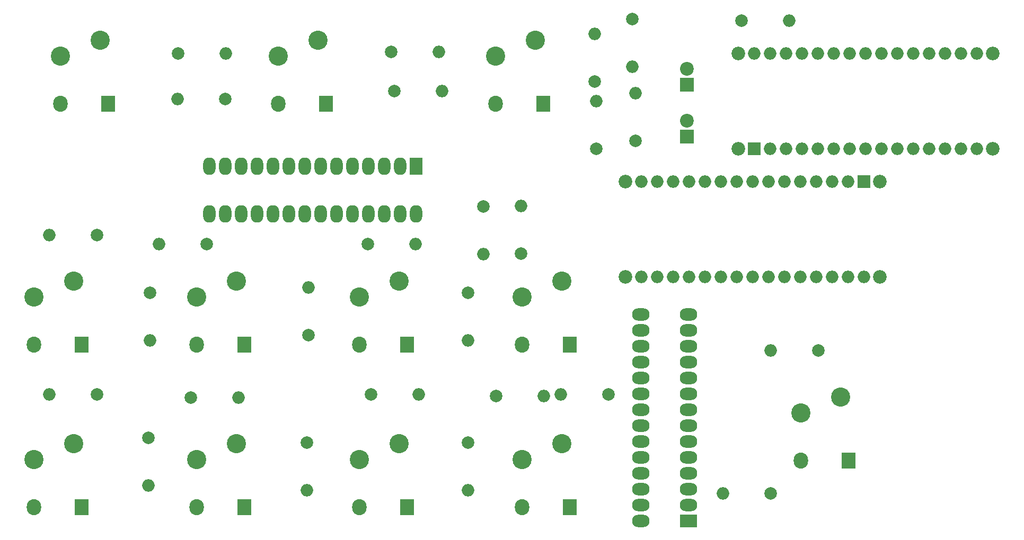
<source format=gbr>
G04 #@! TF.FileFunction,Soldermask,Bot*
%FSLAX46Y46*%
G04 Gerber Fmt 4.6, Leading zero omitted, Abs format (unit mm)*
G04 Created by KiCad (PCBNEW 4.0.7) date Sunday, 03 December 2017 'PMt' 13:36:35*
%MOMM*%
%LPD*%
G01*
G04 APERTURE LIST*
%ADD10C,0.100000*%
%ADD11R,2.200000X2.200000*%
%ADD12C,2.200000*%
%ADD13C,2.000000*%
%ADD14O,2.000000X2.000000*%
%ADD15C,3.067000*%
%ADD16O,2.305000X2.559000*%
%ADD17R,2.305000X2.559000*%
%ADD18R,2.000000X2.800000*%
%ADD19O,2.000000X2.800000*%
%ADD20R,2.800000X2.000000*%
%ADD21O,2.800000X2.000000*%
%ADD22R,2.000000X2.000000*%
%ADD23C,2.180000*%
G04 APERTURE END LIST*
D10*
D11*
X126000000Y-31250000D03*
D12*
X126000000Y-28710000D03*
D11*
X126000000Y-39500000D03*
D12*
X126000000Y-36960000D03*
D13*
X52250000Y-33500000D03*
D14*
X44630000Y-33500000D03*
D13*
X44750000Y-26250000D03*
D14*
X52370000Y-26250000D03*
D13*
X79250000Y-32250000D03*
D14*
X86870000Y-32250000D03*
D13*
X78750000Y-26000000D03*
D14*
X86370000Y-26000000D03*
D13*
X111500000Y-41500000D03*
D14*
X111500000Y-33880000D03*
D13*
X111250000Y-30750000D03*
D14*
X111250000Y-23130000D03*
D13*
X117250000Y-20750000D03*
D14*
X117250000Y-28370000D03*
D13*
X117750000Y-40250000D03*
D14*
X117750000Y-32630000D03*
D13*
X134750000Y-21000000D03*
D14*
X142370000Y-21000000D03*
D13*
X31750000Y-55250000D03*
D14*
X24130000Y-55250000D03*
D13*
X40250000Y-64500000D03*
D14*
X40250000Y-72120000D03*
D13*
X49250000Y-56750000D03*
D14*
X41630000Y-56750000D03*
D13*
X65500000Y-71250000D03*
D14*
X65500000Y-63630000D03*
D13*
X75000000Y-56750000D03*
D14*
X82620000Y-56750000D03*
D13*
X91000000Y-64500000D03*
D14*
X91000000Y-72120000D03*
D13*
X93500000Y-50750000D03*
D14*
X93500000Y-58370000D03*
D13*
X99500000Y-58250000D03*
D14*
X99500000Y-50630000D03*
D13*
X40000000Y-87750000D03*
D14*
X40000000Y-95370000D03*
D13*
X31750000Y-80750000D03*
D14*
X24130000Y-80750000D03*
D13*
X65250000Y-88500000D03*
D14*
X65250000Y-96120000D03*
D13*
X46750000Y-81250000D03*
D14*
X54370000Y-81250000D03*
D13*
X91000000Y-88500000D03*
D14*
X91000000Y-96120000D03*
D13*
X75500000Y-80750000D03*
D14*
X83120000Y-80750000D03*
D13*
X113500000Y-80750000D03*
D14*
X105880000Y-80750000D03*
D13*
X95500000Y-81000000D03*
D14*
X103120000Y-81000000D03*
D13*
X147010000Y-73750000D03*
D14*
X139390000Y-73750000D03*
D13*
X139390000Y-96610000D03*
D14*
X131770000Y-96610000D03*
D15*
X32290000Y-24170000D03*
X25940000Y-26710000D03*
D16*
X25940000Y-34330000D03*
D17*
X33560000Y-34330000D03*
D15*
X67040000Y-24170000D03*
X60690000Y-26710000D03*
D16*
X60690000Y-34330000D03*
D17*
X68310000Y-34330000D03*
D15*
X101795000Y-24170000D03*
X95445000Y-26710000D03*
D16*
X95445000Y-34330000D03*
D17*
X103065000Y-34330000D03*
D15*
X28040000Y-62670000D03*
X21690000Y-65210000D03*
D16*
X21690000Y-72830000D03*
D17*
X29310000Y-72830000D03*
D15*
X54040000Y-62670000D03*
X47690000Y-65210000D03*
D16*
X47690000Y-72830000D03*
D17*
X55310000Y-72830000D03*
D15*
X80040000Y-62670000D03*
X73690000Y-65210000D03*
D16*
X73690000Y-72830000D03*
D17*
X81310000Y-72830000D03*
D15*
X106040000Y-62670000D03*
X99690000Y-65210000D03*
D16*
X99690000Y-72830000D03*
D17*
X107310000Y-72830000D03*
D15*
X28040000Y-88670000D03*
X21690000Y-91210000D03*
D16*
X21690000Y-98830000D03*
D17*
X29310000Y-98830000D03*
D15*
X54040000Y-88670000D03*
X47690000Y-91210000D03*
D16*
X47690000Y-98830000D03*
D17*
X55310000Y-98830000D03*
D15*
X80040000Y-88670000D03*
X73690000Y-91210000D03*
D16*
X73690000Y-98830000D03*
D17*
X81310000Y-98830000D03*
D15*
X106040000Y-88670000D03*
X99690000Y-91210000D03*
D16*
X99690000Y-98830000D03*
D17*
X107310000Y-98830000D03*
D15*
X150540000Y-81170000D03*
X144190000Y-83710000D03*
D16*
X144190000Y-91330000D03*
D17*
X151810000Y-91330000D03*
D18*
X82750000Y-44250000D03*
D19*
X49730000Y-51870000D03*
X80210000Y-44250000D03*
X52270000Y-51870000D03*
X77670000Y-44250000D03*
X54810000Y-51870000D03*
X75130000Y-44250000D03*
X57350000Y-51870000D03*
X72590000Y-44250000D03*
X59890000Y-51870000D03*
X70050000Y-44250000D03*
X62430000Y-51870000D03*
X67510000Y-44250000D03*
X64970000Y-51870000D03*
X64970000Y-44250000D03*
X67510000Y-51870000D03*
X62430000Y-44250000D03*
X70050000Y-51870000D03*
X59890000Y-44250000D03*
X72590000Y-51870000D03*
X57350000Y-44250000D03*
X75130000Y-51870000D03*
X54810000Y-44250000D03*
X77670000Y-51870000D03*
X52270000Y-44250000D03*
X80210000Y-51870000D03*
X49730000Y-44250000D03*
X82750000Y-51870000D03*
D20*
X126250000Y-101000000D03*
D21*
X118630000Y-67980000D03*
X126250000Y-98460000D03*
X118630000Y-70520000D03*
X126250000Y-95920000D03*
X118630000Y-73060000D03*
X126250000Y-93380000D03*
X118630000Y-75600000D03*
X126250000Y-90840000D03*
X118630000Y-78140000D03*
X126250000Y-88300000D03*
X118630000Y-80680000D03*
X126250000Y-85760000D03*
X118630000Y-83220000D03*
X126250000Y-83220000D03*
X118630000Y-85760000D03*
X126250000Y-80680000D03*
X118630000Y-88300000D03*
X126250000Y-78140000D03*
X118630000Y-90840000D03*
X126250000Y-75600000D03*
X118630000Y-93380000D03*
X126250000Y-73060000D03*
X118630000Y-95920000D03*
X126250000Y-70520000D03*
X118630000Y-98460000D03*
X126250000Y-67980000D03*
X118630000Y-101000000D03*
D22*
X136750000Y-41500000D03*
D14*
X169770000Y-26260000D03*
X139290000Y-41500000D03*
X167230000Y-26260000D03*
X141830000Y-41500000D03*
X164690000Y-26260000D03*
X144370000Y-41500000D03*
X162150000Y-26260000D03*
X146910000Y-41500000D03*
X159610000Y-26260000D03*
X149450000Y-41500000D03*
X157070000Y-26260000D03*
X151990000Y-41500000D03*
X154530000Y-26260000D03*
X154530000Y-41500000D03*
X151990000Y-26260000D03*
X157070000Y-41500000D03*
X149450000Y-26260000D03*
X159610000Y-41500000D03*
X146910000Y-26260000D03*
X162150000Y-41500000D03*
X144370000Y-26260000D03*
X164690000Y-41500000D03*
X141830000Y-26260000D03*
X167230000Y-41500000D03*
X139290000Y-26260000D03*
X169770000Y-41500000D03*
X136750000Y-26260000D03*
X172310000Y-41500000D03*
X172310000Y-26260000D03*
D23*
X134210000Y-41500000D03*
X134210000Y-26260000D03*
X174850000Y-26260000D03*
X174850000Y-41500000D03*
D22*
X154250000Y-46750000D03*
D14*
X121230000Y-61990000D03*
X151710000Y-46750000D03*
X123770000Y-61990000D03*
X149170000Y-46750000D03*
X126310000Y-61990000D03*
X146630000Y-46750000D03*
X128850000Y-61990000D03*
X144090000Y-46750000D03*
X131390000Y-61990000D03*
X141550000Y-46750000D03*
X133930000Y-61990000D03*
X139010000Y-46750000D03*
X136470000Y-61990000D03*
X136470000Y-46750000D03*
X139010000Y-61990000D03*
X133930000Y-46750000D03*
X141550000Y-61990000D03*
X131390000Y-46750000D03*
X144090000Y-61990000D03*
X128850000Y-46750000D03*
X146630000Y-61990000D03*
X126310000Y-46750000D03*
X149170000Y-61990000D03*
X123770000Y-46750000D03*
X151710000Y-61990000D03*
X121230000Y-46750000D03*
X154250000Y-61990000D03*
X118690000Y-46750000D03*
X118690000Y-61990000D03*
D23*
X156790000Y-46750000D03*
X156790000Y-61990000D03*
X116150000Y-61990000D03*
X116150000Y-46750000D03*
M02*

</source>
